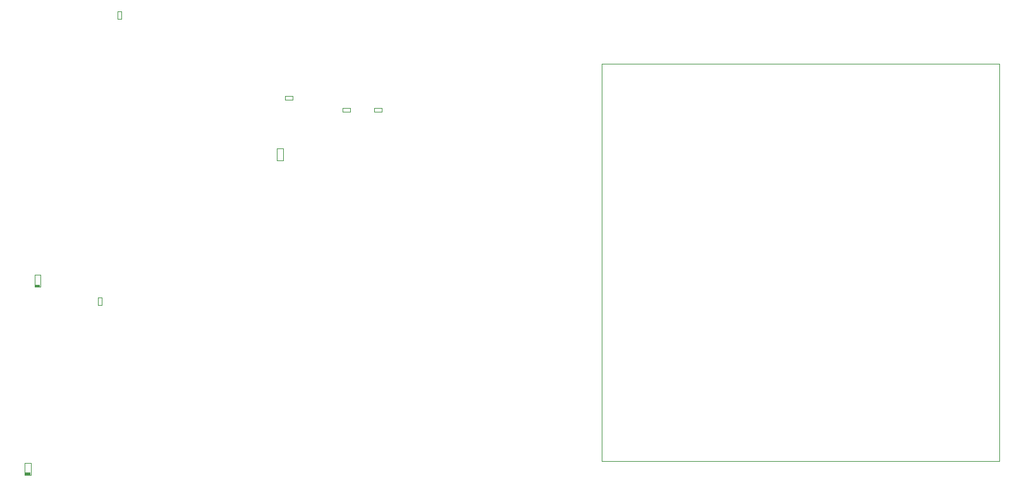
<source format=gbr>
%TF.GenerationSoftware,Altium Limited,Altium Designer,19.0.15 (446)*%
G04 Layer_Color=32768*
%FSLAX45Y45*%
%MOMM*%
%TF.FileFunction,Other,Top_Component_Outline*%
%TF.Part,Single*%
G01*
G75*
%TA.AperFunction,NonConductor*%
%ADD92C,0.10000*%
%ADD122C,0.05000*%
%ADD127R,0.80000X0.30002*%
D92*
X1077600Y720100D02*
Y880100D01*
X1157599D01*
Y720100D02*
Y880100D01*
X1077600Y720100D02*
X1157599D01*
X8803098Y903700D02*
Y6233702D01*
X14133099D01*
Y903700D02*
Y6233702D01*
X8803098Y903700D02*
X14133099D01*
X1209401Y3241120D02*
Y3401119D01*
X1289401D01*
Y3241120D02*
Y3401119D01*
X1209401Y3241120D02*
X1289401D01*
X4455800Y5096500D02*
X4535799D01*
X4455800Y4936500D02*
X4535799D01*
Y5096500D01*
X4455800Y4936500D02*
Y5096500D01*
D122*
X2057789Y3098006D02*
X2107791D01*
X2057789Y2998006D02*
Y3098006D01*
X2107791Y2998006D02*
Y3098006D01*
X2057789Y2998006D02*
X2107791D01*
X4567499Y5753501D02*
Y5803504D01*
Y5753501D02*
X4667499D01*
X4567499Y5803504D02*
X4667499D01*
Y5753501D02*
Y5803504D01*
X2324501Y6834200D02*
X2374499D01*
Y6934200D01*
X2324501Y6834200D02*
Y6934200D01*
X2374499D01*
X5862359Y5585819D02*
Y5635822D01*
X5762360D02*
X5862359D01*
X5762360Y5585819D02*
X5862359D01*
X5762360D02*
Y5635822D01*
X5437361Y5585819D02*
Y5635822D01*
X5337362D02*
X5437361D01*
X5337362Y5585819D02*
X5437361D01*
X5337362D02*
Y5635822D01*
D127*
X1117598Y735100D02*
D03*
X1249437Y3256126D02*
D03*
%TF.MD5,e281389d845fc7b1a0ef06732f837535*%
M02*

</source>
